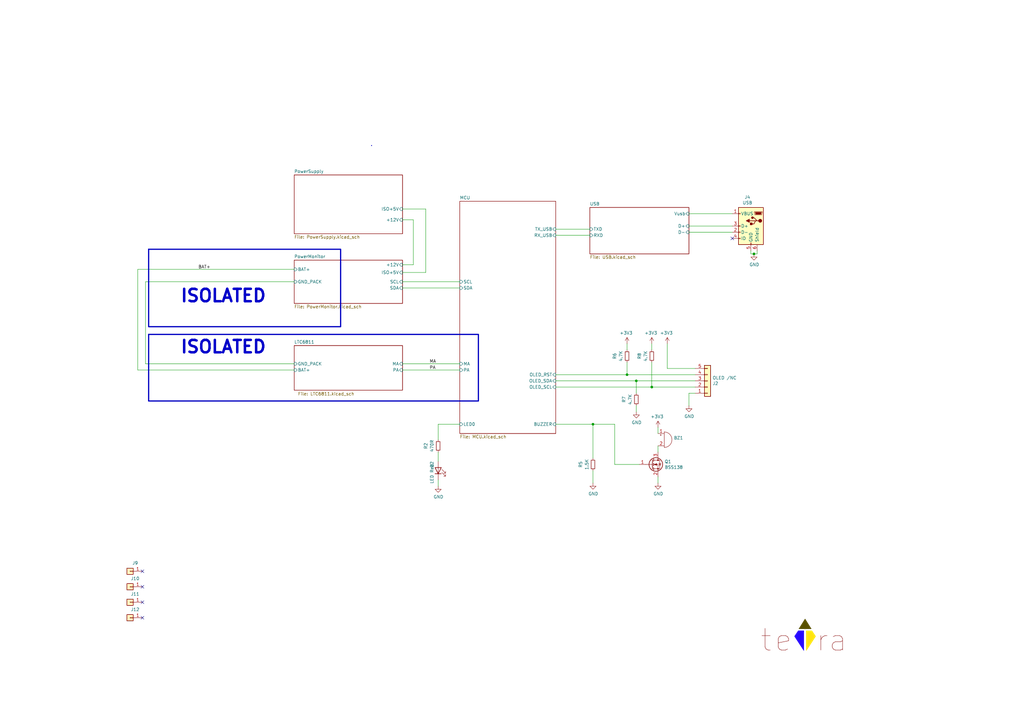
<source format=kicad_sch>
(kicad_sch (version 20230121) (generator eeschema)
  (paper "A3")
  (title_block (title "BMS-Master") (date "2023-10-19") (rev "V0.1") (company "teTra"))
  (lib_symbols
    (symbol "Connector:USB_B_Micro" (pin_names (offset 1.016))
      (property "Reference" "J" (at -5.08 11.43 0))
      (property "Value" "USB_B_Micro" (at -5.08 8.89 0))
      (symbol "USB_B_Micro_0_1"
        (rectangle (start -5.08 -7.62) (end 5.08 7.62) (stroke (width 0.254)) (fill (type background)))
        (circle (center -3.81 2.159) (radius 0.635) (stroke (width 0.254)) (fill (type outline)))
        (circle (center -0.635 3.429) (radius 0.381) (stroke (width 0.254)) (fill (type outline)))
        (rectangle (start -0.127 -7.62) (end 0.127 -6.858))
        (polyline (pts (xy -1.905 2.159) (xy 0.635 2.159)) (stroke (width 0.254)))
        (polyline (pts (xy -3.175 2.159) (xy -2.54 2.159) (xy -1.27 3.429) (xy -0.635 3.429)) (stroke (width 0.254)))
        (polyline (pts (xy -2.54 2.159) (xy -1.905 2.159) (xy -1.27 0.889) (xy 0 0.889)) (stroke (width 0.254)))
        (polyline (pts (xy 0.635 2.794) (xy 0.635 1.524) (xy 1.905 2.159) (xy 0.635 2.794)) (stroke (width 0.254)) (fill (type outline)))
        (polyline (pts (xy -4.318 5.588) (xy -1.778 5.588) (xy -2.032 4.826) (xy -4.064 4.826) (xy -4.318 5.588)) (fill (type outline)))
        (polyline (pts (xy -4.699 5.842) (xy -4.699 5.588) (xy -4.445 4.826) (xy -4.445 4.572) (xy -1.651 4.572) (xy -1.651 4.826) (xy -1.397 5.588) (xy -1.397 5.842) (xy -4.699 5.842)))
        (rectangle (start 0.254 1.27) (end -0.508 0.508) (stroke (width 0.254)) (fill (type outline)))
        (rectangle (start 5.08 -5.207) (end 4.318 -4.953))
        (rectangle (start 5.08 -2.667) (end 4.318 -2.413))
        (rectangle (start 5.08 -0.127) (end 4.318 0.127))
        (rectangle (start 5.08 4.953) (end 4.318 5.207))
      )
      (symbol "USB_B_Micro_1_1"
        (pin power_out line (at 7.62 5.08 180) (length 2.54) (name "VBUS") (number "1"))
        (pin bidirectional line (at 7.62 -2.54 180) (length 2.54) (name "D-") (number "2"))
        (pin bidirectional line (at 7.62 0 180) (length 2.54) (name "D+") (number "3"))
        (pin passive line (at 7.62 -5.08 180) (length 2.54) (name "ID") (number "4"))
        (pin power_out line (at 0 -10.16 90) (length 2.54) (name "GND") (number "5"))
        (pin passive line (at -2.54 -10.16 90) (length 2.54) (name "Shield") (number "6"))
      )
    )
    (symbol "Connector_Generic:Conn_01x01" (pin_names (offset 1.016) hide)
      (property "Reference" "J" (at 0 2.54 0))
      (property "Value" "Conn_01x01" (at 0 -2.54 0))
      (symbol "Conn_01x01_1_1"
        (rectangle (start -1.27 0.127) (end 0 -0.127) (stroke (width 0.1524)))
        (rectangle (start -1.27 1.27) (end 1.27 -1.27) (stroke (width 0.254)) (fill (type background)))
        (pin passive line (at -5.08 0 0) (length 3.81) (name "Pin_1") (number "1"))
      )
    )
    (symbol "Connector_Generic:Conn_01x05" (pin_names (offset 1.016) hide)
      (property "Reference" "J" (at 0 7.62 0))
      (property "Value" "Conn_01x05" (at 0 -7.62 0))
      (symbol "Conn_01x05_1_1"
        (rectangle (start -1.27 -4.953) (end 0 -5.207) (stroke (width 0.1524)))
        (rectangle (start -1.27 -2.413) (end 0 -2.667) (stroke (width 0.1524)))
        (rectangle (start -1.27 0.127) (end 0 -0.127) (stroke (width 0.1524)))
        (rectangle (start -1.27 2.667) (end 0 2.413) (stroke (width 0.1524)))
        (rectangle (start -1.27 5.207) (end 0 4.953) (stroke (width 0.1524)))
        (rectangle (start -1.27 6.35) (end 1.27 -6.35) (stroke (width 0.254)) (fill (type background)))
        (pin passive line (at -5.08 5.08 0) (length 3.81) (name "Pin_1") (number "1"))
        (pin passive line (at -5.08 2.54 0) (length 3.81) (name "Pin_2") (number "2"))
        (pin passive line (at -5.08 0 0) (length 3.81) (name "Pin_3") (number "3"))
        (pin passive line (at -5.08 -2.54 0) (length 3.81) (name "Pin_4") (number "4"))
        (pin passive line (at -5.08 -5.08 0) (length 3.81) (name "Pin_5") (number "5"))
      )
    )
    (symbol "Device:Buzzer" (pin_names (offset 0.0254) hide)
      (property "Reference" "BZ" (at 3.81 1.27 0))
      (property "Value" "Buzzer" (at 3.81 -1.27 0))
      (symbol "Buzzer_0_1"
        (arc (start 0 -3.175) (mid 3.1612 0) (end 0 3.175))
        (polyline (pts (xy -1.651 1.905) (xy -1.143 1.905)))
        (polyline (pts (xy -1.397 2.159) (xy -1.397 1.651)))
        (polyline (pts (xy 0 3.175) (xy 0 -3.175)))
      )
      (symbol "Buzzer_1_1"
        (pin passive line (at -2.54 2.54 0) (length 2.54) (name "-") (number "1"))
        (pin passive line (at -2.54 -2.54 0) (length 2.54) (name "+") (number "2"))
      )
    )
    (symbol "Device:LED" (pin_numbers hide) (pin_names (offset 1.016) hide)
      (property "Reference" "D" (at -0.762 -2.54 0))
      (property "Value" "LED" (at -0.762 4.318 0))
      (symbol "LED_0_1"
        (polyline (pts (xy 1.27 0) (xy -1.27 0)))
        (polyline (pts (xy 1.27 1.27) (xy 1.27 -1.27)) (stroke (width 0.254)))
        (polyline (pts (xy -1.27 1.27) (xy -1.27 -1.27) (xy 1.27 0) (xy -1.27 1.27)) (stroke (width 0.254)))
        (polyline (pts (xy -0.508 1.524) (xy 1.016 3.048) (xy 0.254 3.048) (xy 1.016 3.048) (xy 1.016 2.286)))
        (polyline (pts (xy 0.762 1.524) (xy 2.286 3.048) (xy 1.524 3.048) (xy 2.286 3.048) (xy 2.286 2.286)))
      )
      (symbol "LED_1_1"
        (pin passive line (at 3.81 0 180) (length 2.54) (name "K") (number "1"))
        (pin passive line (at -3.81 0 0) (length 2.54) (name "A") (number "2"))
      )
    )
    (symbol "Device:R_Small" (pin_numbers hide) (pin_names (offset 0.254) hide)
      (property "Reference" "R" (at 0.762 0.508 0))
      (property "Value" "R_Small" (at 0.762 -1.016 0))
      (symbol "R_Small_0_1"
        (rectangle (start -0.762 1.778) (end 0.762 -1.778) (stroke (width 0.2032)))
      )
      (symbol "R_Small_1_1"
        (pin passive line (at 0 2.54 270) (length 0.762) (name "~") (number "1"))
        (pin passive line (at 0 -2.54 90) (length 0.762) (name "~") (number "2"))
      )
    )
    (symbol "Fiber_Optic:logo" (pin_numbers hide) (pin_names (offset 0) hide)
      (symbol "logo_1_1"
        (polyline (pts (xy 0 7.112) (xy -2.54 3.048) (xy 2.54 3.048) (xy 0 7.112)) (stroke (width 0) (color 88 80 0 1)) (fill (type color) (color 88 80 0 1)))
        (polyline (pts (xy -0.508 2.286) (xy -2.794 2.286) (xy -4.318 0) (xy -0.508 -5.842) (xy -0.508 2.286)) (stroke (width 0) (color 38 9 255 1)) (fill (type color) (color 38 9 255 1)))
        (polyline (pts (xy 0.508 2.286) (xy 2.794 2.286) (xy 4.318 0) (xy 0.508 -5.842) (xy 0.508 2.286)) (stroke (width 0) (color 255 228 16 1)) (fill (type color) (color 255 228 16 1)))
        (text "a" (at 13.462 -1.524 0) (effects (font (size 8.89 8.89))))
        (text "e" (at -8.89 -1.524 0) (effects (font (size 8.89 8.89))))
        (text "r" (at 7.112 -1.524 0) (effects (font (size 8.89 8.89))))
        (text "t" (at -16.002 -1.524 0) (effects (font (size 8.89 8.89))))
      )
    )
    (symbol "Transistor_FET:BSS138" (pin_names hide)
      (property "Reference" "Q" (at 5.08 1.905 0))
      (property "Value" "BSS138" (at 5.08 0 0))
      (symbol "BSS138_0_1"
        (polyline (pts (xy 0.254 0) (xy -2.54 0)))
        (polyline (pts (xy 0.254 1.905) (xy 0.254 -1.905)) (stroke (width 0.254)))
        (polyline (pts (xy 0.762 -1.27) (xy 0.762 -2.286)) (stroke (width 0.254)))
        (polyline (pts (xy 0.762 0.508) (xy 0.762 -0.508)) (stroke (width 0.254)))
        (polyline (pts (xy 0.762 2.286) (xy 0.762 1.27)) (stroke (width 0.254)))
        (polyline (pts (xy 2.54 2.54) (xy 2.54 1.778)))
        (polyline (pts (xy 2.54 -2.54) (xy 2.54 0) (xy 0.762 0)))
        (polyline (pts (xy 0.762 -1.778) (xy 3.302 -1.778) (xy 3.302 1.778) (xy 0.762 1.778)))
        (polyline (pts (xy 1.016 0) (xy 2.032 0.381) (xy 2.032 -0.381) (xy 1.016 0)) (fill (type outline)))
        (polyline (pts (xy 2.794 0.508) (xy 2.921 0.381) (xy 3.683 0.381) (xy 3.81 0.254)))
        (polyline (pts (xy 3.302 0.381) (xy 2.921 -0.254) (xy 3.683 -0.254) (xy 3.302 0.381)))
        (circle (center 1.651 0) (radius 2.794) (stroke (width 0.254)))
        (circle (center 2.54 -1.778) (radius 0.254) (fill (type outline)))
        (circle (center 2.54 1.778) (radius 0.254) (fill (type outline)))
      )
      (symbol "BSS138_1_1"
        (pin input line (at -5.08 0 0) (length 2.54) (name "G") (number "1"))
        (pin passive line (at 2.54 -5.08 90) (length 2.54) (name "S") (number "2"))
        (pin passive line (at 2.54 5.08 270) (length 2.54) (name "D") (number "3"))
      )
    )
    (symbol "power:+3V3" (power) (pin_names (offset 0))
      (property "Value" "+3V3" (at 0 3.556 0))
      (symbol "+3V3_0_1"
        (polyline (pts (xy -0.762 1.27) (xy 0 2.54)))
        (polyline (pts (xy 0 0) (xy 0 2.54)))
        (polyline (pts (xy 0 2.54) (xy 0.762 1.27)))
      )
      (symbol "+3V3_1_1"
        (pin power_in line (at 0 0 90) (length 0) hide (name "+3V3") (number "1"))
      )
    )
    (symbol "power:GND" (power) (pin_names (offset 0))
      (property "Value" "GND" (at 0 -3.81 0))
      (symbol "GND_0_1"
        (polyline (pts (xy 0 0) (xy 0 -1.27) (xy 1.27 -1.27) (xy 0 -2.54) (xy -1.27 -1.27) (xy 0 -1.27)))
      )
      (symbol "GND_1_1"
        (pin power_in line (at 0 0 270) (length 0) hide (name "GND") (number "1"))
      )
    )
  )
  (junction (at 260.985 156.21))
  (junction (at 243.205 173.99))
  (junction (at 267.335 158.75))
  (junction (at 257.175 153.67))
  (junction (at 309.245 104.14))
  (no_connect (at 58.42 240.665))
  (no_connect (at 58.42 247.015))
  (no_connect (at 58.42 234.315))
  (no_connect (at 300.355 97.79))
  (no_connect (at 58.42 253.365))
  (wire (pts (xy 165.1 115.57) (xy 188.595 115.57)))
  (wire (pts (xy 269.875 195.58) (xy 269.875 198.12)))
  (wire (pts (xy 273.685 140.97) (xy 273.685 151.13)))
  (wire (pts (xy 243.205 193.04) (xy 243.205 198.12)))
  (wire (pts (xy 260.985 156.21) (xy 260.985 161.29)))
  (wire (pts (xy 257.175 148.59) (xy 257.175 153.67)))
  (wire (pts (xy 174.625 111.76) (xy 165.1 111.76)))
  (wire (pts (xy 165.1 118.11) (xy 188.595 118.11)))
  (wire (pts (xy 285.115 161.29) (xy 282.575 161.29)))
  (wire (pts (xy 165.1 85.725) (xy 174.625 85.725)))
  (wire (pts (xy 267.335 148.59) (xy 267.335 158.75)))
  (wire (pts (xy 120.65 151.765) (xy 56.515 151.765)))
  (wire (pts (xy 260.985 166.37) (xy 260.985 168.91)))
  (wire (pts (xy 267.335 140.97) (xy 267.335 143.51)))
  (wire (pts (xy 227.965 96.52) (xy 241.935 96.52)))
  (wire (pts (xy 227.965 158.75) (xy 267.335 158.75)))
  (wire (pts (xy 169.545 108.585) (xy 165.1 108.585)))
  (wire (pts (xy 179.705 173.99) (xy 179.705 180.34)))
  (wire (pts (xy 243.205 173.99) (xy 243.205 187.96)))
  (wire (pts (xy 165.1 90.17) (xy 169.545 90.17)))
  (wire (pts (xy 252.095 190.5) (xy 252.095 173.99)))
  (wire (pts (xy 59.69 115.57) (xy 59.69 149.225)))
  (wire (pts (xy 282.575 161.29) (xy 282.575 166.37)))
  (wire (pts (xy 227.965 93.98) (xy 241.935 93.98)))
  (wire (pts (xy 309.245 104.14) (xy 307.975 104.14)))
  (wire (pts (xy 120.65 115.57) (xy 59.69 115.57)))
  (wire (pts (xy 309.245 104.14) (xy 310.515 104.14)))
  (wire (pts (xy 227.965 173.99) (xy 243.205 173.99)))
  (wire (pts (xy 260.985 156.21) (xy 285.115 156.21)))
  (wire (pts (xy 269.875 182.88) (xy 269.875 185.42)))
  (wire (pts (xy 56.515 110.49) (xy 120.65 110.49)))
  (wire (pts (xy 174.625 85.725) (xy 174.625 111.76)))
  (wire (pts (xy 165.1 151.765) (xy 188.595 151.765)))
  (wire (pts (xy 282.575 92.71) (xy 300.355 92.71)))
  (wire (pts (xy 310.515 104.14) (xy 310.515 102.87)))
  (wire (pts (xy 282.575 87.63) (xy 300.355 87.63)))
  (wire (pts (xy 282.575 95.25) (xy 300.355 95.25)))
  (wire (pts (xy 269.875 175.26) (xy 269.875 177.8)))
  (wire (pts (xy 59.69 149.225) (xy 120.65 149.225)))
  (wire (pts (xy 179.705 196.85) (xy 179.705 199.39)))
  (wire (pts (xy 273.685 151.13) (xy 285.115 151.13)))
  (wire (pts (xy 179.705 185.42) (xy 179.705 189.23)))
  (wire (pts (xy 307.975 104.14) (xy 307.975 102.87)))
  (wire (pts (xy 227.965 156.21) (xy 260.985 156.21)))
  (wire (pts (xy 252.095 173.99) (xy 243.205 173.99)))
  (wire (pts (xy 257.175 140.97) (xy 257.175 143.51)))
  (wire (pts (xy 165.1 149.225) (xy 188.595 149.225)))
  (wire (pts (xy 227.965 153.67) (xy 257.175 153.67)))
  (wire (pts (xy 56.515 151.765) (xy 56.515 110.49)))
  (wire (pts (xy 257.175 153.67) (xy 285.115 153.67)))
  (wire (pts (xy 267.335 158.75) (xy 285.115 158.75)))
  (wire (pts (xy 169.545 90.17) (xy 169.545 108.585)))
  (wire (pts (xy 179.705 173.99) (xy 188.595 173.99)))
  (wire (pts (xy 252.095 190.5) (xy 262.255 190.5)))
  (rectangle (start 60.96 102.235) (end 139.7 133.985) (stroke (width 0.5)))
  (rectangle (start 152.4 59.69) (end 152.4 59.69))
  (rectangle (start 152.4 59.69) (end 152.4 59.69))
  (rectangle (start 152.4 59.69) (end 152.4 59.69))
  (rectangle (start 152.4 59.69) (end 152.4 59.69))
  (rectangle (start 152.4 59.69) (end 152.4 59.69))
  (rectangle (start 152.4 59.69) (end 152.4 59.69))
  (rectangle (start 152.4 59.69) (end 152.4 59.69))
  (rectangle (start 152.4 59.69) (end 152.4 59.69))
  (rectangle (start 152.4 59.69) (end 152.4 59.69))
  (rectangle (start 152.4 59.69) (end 152.4 59.69))
  (rectangle (start 152.4 59.69) (end 152.4 59.69))
  (rectangle (start 152.4 59.69) (end 152.4 59.69))
  (rectangle (start 152.4 59.69) (end 152.4 59.69))
  (rectangle (start 152.4 59.69) (end 152.4 59.69))
  (rectangle (start 60.96 137.16) (end 196.215 164.465) (stroke (width 0.5)))
  (rectangle (start 152.4 59.69) (end 152.4 59.69))
  (rectangle (start 152.4 59.69) (end 152.4 59.69))
  (text "ISOLATED" (at 73.66 124.46 0) (effects (font (size 5.08 5.08) (thickness 1.016) bold) (justify left bottom)))
  (text "ISOLATED" (at 73.66 145.415 0) (effects (font (size 5.08 5.08) (thickness 1.016) bold) (justify left bottom)))
  (label "BAT+" (at 81.28 110.49 0))
  (label "PA" (at 176.149 151.765 0))
  (label "MA" (at 176.149 149.225 0))
  (symbol (lib_id "Connector:USB_B_Micro") (at 307.975 92.71 0) (mirror y) (unit 1)
    (property "Reference" "J4" (at 306.5526 80.8482 0))
    (property "Value" "USB" (at 306.5526 83.1596 0))
    (property "Footprint" "Connector_USB:Micro_USB_B-2013499-1" (effects hide))
    (property "Datasheet" "chrome-extension://efaidnbmnnnibpcajpcglclefindmkaj/https://www.te.com/usa-en/product-2013499-1.datasheet.pdf" (effects hide))
    (property "MPN" "2013499-1" (effects hide))
    (property "Link" "https://www.digikey.jp/en/products/detail/te-connectivity-amp-connectors/2013499-1/4021843?s=N4IgTCBcDa4AwEYDMAWAnGgtAkBdAvkA" (effects hide))
    (property "Description" "USB - micro B USB 2.0 Receptacle Connector 5 Position Surface Mount, Right Angle; Through Hole" (effects hide))
  )
  (symbol (lib_id "power:GND") (at 309.245 104.14 0) (unit 1)
    (property "Reference" "#PWR015" (effects hide))
    (property "Value" "GND" (at 309.372 108.5342 0))
  )
  (symbol (lib_id "Device:R_Small") (at 179.705 182.88 180) (unit 1)
    (property "Reference" "R2" (at 174.625 182.88 90))
    (property "Value" "470R" (at 177.165 182.88 90))
    (property "Footprint" "Resistor_SMD:R_0603_1608Metric" (effects hide))
    (property "Datasheet" "https://www.yageo.com/upload/media/product/products/datasheet/rchip/PYu-RC_Group_51_RoHS_L_12.pdf" (effects hide))
    (property "MPN" "RC0603JR-07470RL" (effects hide))
    (property "Description" "470 Ohms ±5% 0.1W, 1/10W Chip Resistor 0603 (1608 Metric) Moisture Resistant Thick Film" (effects hide))
    (property "Link" "https://www.digikey.jp/en/products/detail/yageo/RC0603JR-07470RL/726791?s=N4IgTCBcDaIEoGEAMA2JBmAUnAtEg7ACz5JwAyIAugL5A" (effects hide))
  )
  (symbol (lib_id "power:GND") (at 179.705 199.39 0) (unit 1)
    (property "Reference" "#PWR06" (effects hide))
    (property "Value" "GND" (at 179.832 203.7842 0))
  )
  (symbol (lib_id "Device:R_Small") (at 243.205 190.5 180) (unit 1)
    (property "Reference" "R5" (at 238.125 190.5 90))
    (property "Value" "1.5K" (at 240.665 190.5 90))
    (property "Footprint" "Resistor_SMD:R_0603_1608Metric" (effects hide))
    (property "Datasheet" "https://www.yageo.com/upload/media/product/products/datasheet/rchip/PYu-RC_Group_51_RoHS_L_12.pdf" (effects hide))
    (property "MPN" "RC0603JR-071K5L" (effects hide))
    (property "Description" "1.5 kOhms ±5% 0.1W, 1/10W Chip Resistor 0603 (1608 Metric) Moisture Resistant Thick Film" (effects hide))
    (property "Link" "https://www.digikey.jp/en/products/detail/yageo/RC0603JR-071K5L/726689?s=N4IgTCBcDaIEoGEAMA2JBmAUnAtEg7AIwDSArADIgC6AvkA" (effects hide))
  )
  (symbol (lib_id "power:GND") (at 243.205 198.12 0) (unit 1)
    (property "Reference" "#PWR07" (effects hide))
    (property "Value" "GND" (at 243.332 202.5142 0))
  )
  (symbol (lib_id "Device:Buzzer") (at 272.415 180.34 0) (unit 1)
    (property "Reference" "BZ1" (at 276.3012 179.6034 0) (effects (justify left)))
    (property "Value" "AI-1027-TWT-5V" (effects hide))
    (property "Footprint" "Buzzer_Beeper:Beeper_AI-1027-TWT-5V" (effects hide))
    (property "Datasheet" "https://www.puiaudio.com/media/SpecSheet/AI-1027-TWT-5V-2-R.pdf" (effects hide))
    (property "MPN" "AI-1027-TWT-5V-2-R " (effects hide))
    (property "Description" "Buzzers Indicator, Internally Driven Electromechanical/Magnetic 5 V 30mA 2.73kHz 82dB @ 5V, 10cm Through Hole PC Pins" (effects hide))
    (property "Link" "https://www.digikey.jp/en/products/detail/pui-audio-inc/AI-1027-TWT-5V-2-R/5011389?s=N4IgTCBcDaIIIEkC0BGADGA7EgKgdRyQFYA1JMJAJQAIQBdAXyA" (effects hide))
  )
  (symbol (lib_id "power:GND") (at 269.875 198.12 0) (unit 1)
    (property "Reference" "#PWR012" (effects hide))
    (property "Value" "GND" (at 270.002 202.5142 0))
  )
  (symbol (lib_id "Transistor_FET:BSS138") (at 267.335 190.5 0) (unit 1)
    (property "Reference" "Q1" (at 272.5674 189.3316 0) (effects (justify left)))
    (property "Value" "BSS138" (at 272.5674 191.643 0) (effects (justify left)))
    (property "Footprint" "Package_TO_SOT_SMD:SOT-23" (effects hide))
    (property "Datasheet" "https://mm.digikey.com/Volume0/opasdata/d220001/medias/docus/3037/BSS138.pdf" (effects hide))
    (property "MPN" "BSS138" (effects hide))
    (property "Description" "N-Channel 50 V 220mA (Ta) 350mW (Ta) Surface Mount SOT-23" (effects hide))
    (property "Link" "https://www.digikey.jp/en/products/detail/anbon-semiconductor-int-l-limited/BSS138/16708474" (effects hide))
  )
  (symbol (lib_id "Connector_Generic:Conn_01x05") (at 290.195 156.21 0) (mirror x) (unit 1)
    (property "Reference" "J2" (at 292.227 157.2768 0) (effects (justify left)))
    (property "Value" "OLED /NC" (at 292.227 154.9654 0) (effects (justify left)))
    (property "Footprint" "Connector_PinHeader_2.54mm:PinHeader_1x05_P2.54mm_Vertical" (effects hide))
    (property "MPN" "G800W303018EU" (effects hide))
    (property "Description" "Connector Header Through Hole 5 position 0.100\" (2.54mm)" (effects hide))
    (property "Link" "https://www.digikey.jp/en/products/detail/amphenol-cs-commercial-products/G800W303018EU/13683004" (effects hide))
  )
  (symbol (lib_id "power:GND") (at 282.575 166.37 0) (unit 1)
    (property "Reference" "#PWR014" (effects hide))
    (property "Value" "GND" (at 282.702 170.7642 0))
  )
  (symbol (lib_id "Device:R_Small") (at 267.335 146.05 180) (unit 1)
    (property "Reference" "R8" (at 262.255 146.05 90))
    (property "Value" "4.7K" (at 264.795 146.05 90))
    (property "Footprint" "Resistor_SMD:R_0603_1608Metric" (effects hide))
    (property "Datasheet" "https://www.yageo.com/upload/media/product/products/datasheet/rchip/PYu-RC_Group_51_RoHS_L_12.pdf" (effects hide))
    (property "MPN" "RC0603JR-074K7L" (effects hide))
    (property "Description" "4.7 kOhms ±5% 0.1W, 1/10W Chip Resistor 0603 (1608 Metric) Moisture Resistant Thick Film" (effects hide))
    (property "Link" "https://www.digikey.jp/en/products/detail/yageo/RC0603JR-074K7L/726785?s=N4IgTCBcDaIEoGEAMA2JBmAUnAtEg7ACwDS%2BAMiALoC%2BQA" (effects hide))
  )
  (symbol (lib_id "Device:R_Small") (at 257.175 146.05 180) (unit 1)
    (property "Reference" "R6" (at 252.095 146.05 90))
    (property "Value" "4.7K" (at 254.635 146.05 90))
    (property "Footprint" "Resistor_SMD:R_0603_1608Metric" (effects hide))
    (property "Datasheet" "https://www.yageo.com/upload/media/product/products/datasheet/rchip/PYu-RC_Group_51_RoHS_L_12.pdf" (effects hide))
    (property "MPN" "RC0603JR-074K7L" (effects hide))
    (property "Description" "4.7 kOhms ±5% 0.1W, 1/10W Chip Resistor 0603 (1608 Metric) Moisture Resistant Thick Film" (effects hide))
    (property "Link" "https://www.digikey.jp/en/products/detail/yageo/RC0603JR-074K7L/726785?s=N4IgTCBcDaIEoGEAMA2JBmAUnAtEg7ACwDS%2BAMiALoC%2BQA" (effects hide))
  )
  (symbol (lib_id "Device:R_Small") (at 260.985 163.83 180) (unit 1)
    (property "Reference" "R7" (at 255.905 163.83 90))
    (property "Value" "4.7K" (at 258.445 163.83 90))
    (property "Footprint" "Resistor_SMD:R_0603_1608Metric" (effects hide))
    (property "Datasheet" "https://www.yageo.com/upload/media/product/products/datasheet/rchip/PYu-RC_Group_51_RoHS_L_12.pdf" (effects hide))
    (property "MPN" "RC0603JR-074K7L" (effects hide))
    (property "Description" "4.7 kOhms ±5% 0.1W, 1/10W Chip Resistor 0603 (1608 Metric) Moisture Resistant Thick Film" (effects hide))
    (property "Link" "https://www.digikey.jp/en/products/detail/yageo/RC0603JR-074K7L/726785?s=N4IgTCBcDaIEoGEAMA2JBmAUnAtEg7ACwDS%2BAMiALoC%2BQA" (effects hide))
  )
  (symbol (lib_id "power:GND") (at 260.985 168.91 0) (unit 1)
    (property "Reference" "#PWR09" (effects hide))
    (property "Value" "GND" (at 261.112 173.3042 0))
  )
  (symbol (lib_id "Connector_Generic:Conn_01x01") (at 53.34 234.315 180) (unit 1)
    (property "Reference" "J9" (at 55.4228 230.9368 0))
    (property "Value" "Hole /NC" (effects hide))
    (property "Footprint" "MountingHole:MountingHole_3.2mm_M3_ISO7380_Pad" (effects hide))
    (property "MPN" "N/A" (effects hide))
  )
  (symbol (lib_id "power:+3V3") (at 269.875 175.26 0) (mirror y) (unit 1)
    (property "Reference" "#PWR011" (effects hide))
    (property "Value" "+3V3" (at 269.494 170.8658 0))
  )
  (symbol (lib_id "power:+3V3") (at 257.175 140.97 0) (mirror y) (unit 1)
    (property "Reference" "#PWR013" (effects hide))
    (property "Value" "+3V3" (at 256.794 136.5758 0))
  )
  (symbol (lib_id "Connector_Generic:Conn_01x01") (at 53.34 240.665 180) (unit 1)
    (property "Reference" "J10" (at 55.4228 237.2868 0))
    (property "Value" "Hole /NC" (effects hide))
    (property "Footprint" "MountingHole:MountingHole_3.2mm_M3_ISO7380_Pad" (effects hide))
    (property "MPN" "N/A" (effects hide))
  )
  (symbol (lib_id "Connector_Generic:Conn_01x01") (at 53.34 247.015 180) (unit 1)
    (property "Reference" "J11" (at 55.4228 243.6368 0))
    (property "Value" "Hole /NC" (effects hide))
    (property "Footprint" "MountingHole:MountingHole_3.2mm_M3_ISO7380_Pad" (effects hide))
    (property "MPN" "N/A" (effects hide))
  )
  (symbol (lib_id "Connector_Generic:Conn_01x01") (at 53.34 253.365 180) (unit 1)
    (property "Reference" "J12" (at 55.4228 249.9868 0))
    (property "Value" "Hole /NC" (effects hide))
    (property "Footprint" "MountingHole:MountingHole_3.2mm_M3_ISO7380_Pad" (effects hide))
    (property "MPN" "N/A" (effects hide))
  )
  (symbol (lib_id "Device:LED") (at 179.705 193.04 270) (unit 1)
    (property "Reference" "D2" (at 177.165 190.5 0))
    (property "Value" "LED Red" (at 177.165 194.31 0))
    (property "Footprint" "LED_SMD:LED_0603_1608Metric" (effects hide))
    (property "Datasheet" "https://optoelectronics.liteon.com/upload/download/DS-22-99-0151/LTST-C190KRKT.pdf" (effects hide))
    (property "Description" "Red 631nm LED Indication - Discrete 2V 0603 (1608 Metric)" (effects hide))
    (property "Link" "https://www.digikey.jp/en/products/detail/liteon/LTST-C190KRKT/386817" (effects hide))
    (property "MPN" "LTST-C190KRKT" (effects hide))
  )
  (symbol (lib_id "power:+3V3") (at 273.685 140.97 0) (mirror y) (unit 1)
    (property "Reference" "#PWR08" (effects hide))
    (property "Value" "+3V3" (at 273.304 136.5758 0))
  )
  (symbol (lib_id "power:+3V3") (at 267.335 140.97 0) (mirror y) (unit 1)
    (property "Reference" "#PWR010" (effects hide))
    (property "Value" "+3V3" (at 266.954 136.5758 0))
  )
  (symbol (lib_id "Fiber_Optic:logo") (at 330.2 260.985 0) (unit 1)
    (property "Reference" "LOGO1" (effects hide))
    (property "Value" "teTra /NC" (effects hide))
    (property "Footprint" "Symbol:teTra-LOGO" (effects hide))
  )
  (sheet (at 188.595 82.55) (size 39.37 95.25)
    (property "Sheetname" "MCU" (at 188.595 81.8384 0) (effects (justify left bottom)))
    (property "Sheetfile" "MCU.kicad_sch" (at 188.595 178.3846 0) (effects (justify left top)))
    (pin "LED0" input (at 188.595 173.99 180))
    (pin "BUZZER" input (at 227.965 173.99 0))
    (pin "TX_USB" input (at 227.965 93.98 0))
    (pin "RX_USB" input (at 227.965 96.52 0))
    (pin "SCL" input (at 188.595 115.57 180))
    (pin "SDA" input (at 188.595 118.11 180))
    (pin "OLED_SCL" input (at 227.965 158.75 0))
    (pin "OLED_SDA" input (at 227.965 156.21 0))
    (pin "OLED_RST" input (at 227.965 153.67 0))
    (pin "MA" input (at 188.595 149.225 180))
    (pin "PA" input (at 188.595 151.765 180))
  )
  (sheet (at 120.65 71.755) (size 44.45 24.13)
    (property "Sheetname" "PowerSupply" (at 120.65 71.0434 0) (effects (justify left bottom)))
    (property "Sheetfile" "PowerSupply.kicad_sch" (at 120.65 96.4696 0) (effects (justify left top)))
    (pin "ISO+5V" input (at 165.1 85.725 0))
    (pin "+12V" input (at 165.1 90.17 0))
  )
  (sheet (at 241.935 85.09) (size 40.64 19.05)
    (property "Sheetname" "USB" (at 241.935 84.3784 0) (effects (justify left bottom)))
    (property "Sheetfile" "USB.kicad_sch" (at 241.935 104.7246 0) (effects (justify left top)))
    (pin "RXD" input (at 241.935 96.52 180))
    (pin "TXD" input (at 241.935 93.98 180))
    (pin "D-" input (at 282.575 95.25 0))
    (pin "D+" input (at 282.575 92.71 0))
    (pin "Vusb" input (at 282.575 87.63 0))
  )
  (sheet (at 120.65 106.68) (size 44.45 17.78)
    (property "Sheetname" "PowerMonitor" (at 120.65 105.9684 0) (effects (justify left bottom)))
    (property "Sheetfile" "PowerMonitor.kicad_sch" (at 120.65 125.0446 0) (effects (justify left top)))
    (pin "SCL" input (at 165.1 115.57 0))
    (pin "SDA" input (at 165.1 118.11 0))
    (pin "GND_PACK" input (at 120.65 115.57 180))
    (pin "ISO+5V" input (at 165.1 111.76 0))
    (pin "+12V" input (at 165.1 108.585 0))
    (pin "BAT+" input (at 120.65 110.49 180))
  )
  (sheet (at 120.65 141.732) (size 44.45 18.288) (stroke (width 0.1524))
    (property "Sheetname" "LTC6811" (at 120.65 141.0204 0) (effects (justify left bottom)))
    (property "Sheetfile" "LTC6811.kicad_sch" (at 122.174 160.782 0) (effects (justify left top)))
    (pin "MA" input (at 165.1 149.225 0))
    (pin "PA" input (at 165.1 151.765 0))
    (pin "GND_PACK" input (at 120.65 149.225 180))
    (pin "BAT+" input (at 120.65 151.765 180))
  )
)
</source>
